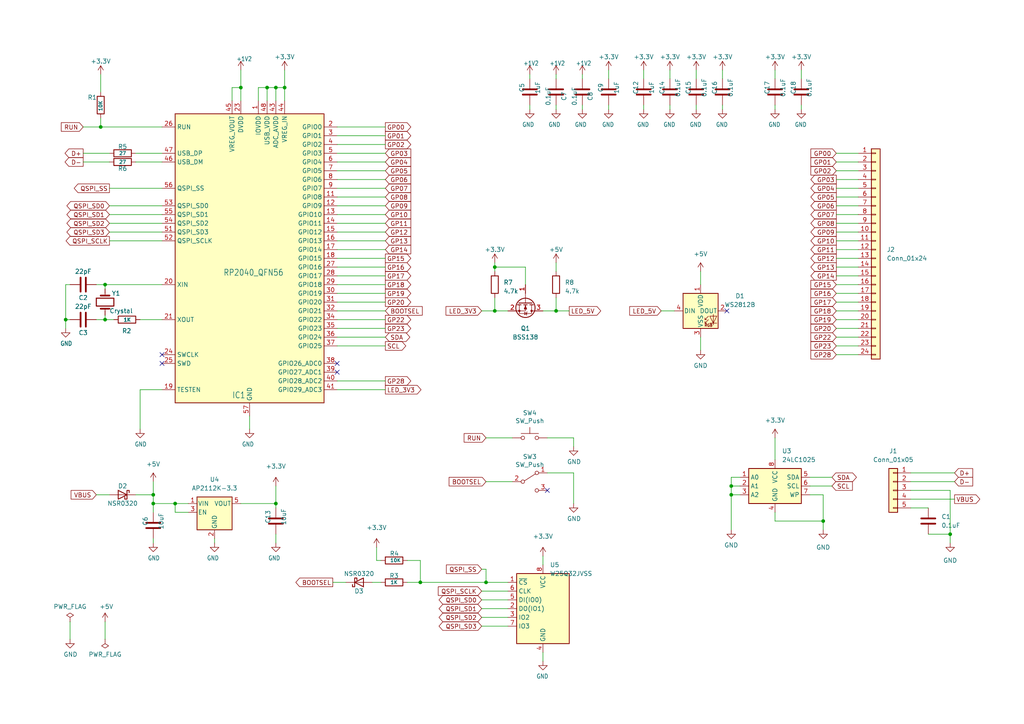
<source format=kicad_sch>
(kicad_sch (version 20230121) (generator eeschema)
  (paper "A4")
  (junction (at 143.51 90.17))
  (junction (at 161.29 90.17))
  (junction (at 140.97 168.91))
  (junction (at 143.51 77.47))
  (junction (at 44.45 143.51))
  (junction (at 30.48 82.55))
  (junction (at 212.09 143.51))
  (junction (at 80.01 146.05))
  (junction (at 44.45 146.05))
  (junction (at 30.48 92.71))
  (junction (at 69.85 25.4))
  (junction (at 77.47 25.4))
  (junction (at 29.21 36.83))
  (junction (at 212.09 140.97))
  (junction (at 80.01 25.4))
  (junction (at 50.8 146.05))
  (junction (at 275.59 154.94))
  (junction (at 19.05 92.71))
  (junction (at 82.55 25.4))
  (junction (at 238.76 151.13))
  (junction (at 121.92 168.91))
  (no_connect (at 158.75 142.24))
  (no_connect (at 97.79 105.41))
  (no_connect (at 97.79 107.95))
  (no_connect (at 210.82 90.17))
  (no_connect (at 46.99 105.41))
  (no_connect (at 46.99 102.87))
  (wire (pts (xy 69.85 20.32) (xy 69.85 25.4)))
  (wire (pts (xy 74.93 29.21) (xy 74.93 25.4)))
  (wire (pts (xy 203.2 97.79) (xy 203.2 101.6)))
  (wire (pts (xy 24.13 36.83) (xy 29.21 36.83)))
  (wire (pts (xy 30.48 82.55) (xy 27.94 82.55)))
  (wire (pts (xy 19.05 82.55) (xy 20.32 82.55)))
  (wire (pts (xy 109.22 162.56) (xy 110.49 162.56)))
  (wire (pts (xy 212.09 143.51) (xy 212.09 153.67)))
  (wire (pts (xy 140.97 139.7) (xy 148.59 139.7)))
  (wire (pts (xy 238.76 143.51) (xy 238.76 151.13)))
  (wire (pts (xy 264.16 144.78) (xy 276.86 144.78)))
  (wire (pts (xy 242.57 49.53) (xy 248.92 49.53)))
  (wire (pts (xy 232.41 20.32) (xy 232.41 22.86)))
  (wire (pts (xy 242.57 44.45) (xy 248.92 44.45)))
  (wire (pts (xy 161.29 21.59) (xy 161.29 22.86)))
  (wire (pts (xy 139.7 90.17) (xy 143.51 90.17)))
  (wire (pts (xy 31.75 46.99) (xy 24.13 46.99)))
  (wire (pts (xy 97.79 110.49) (xy 111.76 110.49)))
  (wire (pts (xy 161.29 90.17) (xy 165.1 90.17)))
  (wire (pts (xy 97.79 87.63) (xy 111.76 87.63)))
  (wire (pts (xy 158.75 137.16) (xy 166.37 137.16)))
  (wire (pts (xy 242.57 87.63) (xy 248.92 87.63)))
  (wire (pts (xy 19.05 92.71) (xy 20.32 92.71)))
  (wire (pts (xy 212.09 143.51) (xy 214.63 143.51)))
  (wire (pts (xy 40.64 113.03) (xy 46.99 113.03)))
  (wire (pts (xy 80.01 140.97) (xy 80.01 146.05)))
  (wire (pts (xy 140.97 168.91) (xy 147.32 168.91)))
  (wire (pts (xy 30.48 180.34) (xy 30.48 185.42)))
  (wire (pts (xy 80.01 146.05) (xy 80.01 147.32)))
  (wire (pts (xy 143.51 76.2) (xy 143.51 77.47)))
  (wire (pts (xy 97.79 64.77) (xy 111.76 64.77)))
  (wire (pts (xy 31.75 64.77) (xy 46.99 64.77)))
  (wire (pts (xy 69.85 25.4) (xy 69.85 29.21)))
  (wire (pts (xy 201.93 20.32) (xy 201.93 22.86)))
  (wire (pts (xy 186.69 30.48) (xy 186.69 31.75)))
  (wire (pts (xy 242.57 85.09) (xy 248.92 85.09)))
  (wire (pts (xy 97.79 46.99) (xy 111.76 46.99)))
  (wire (pts (xy 224.79 127) (xy 224.79 133.35)))
  (wire (pts (xy 118.11 162.56) (xy 121.92 162.56)))
  (wire (pts (xy 97.79 59.69) (xy 111.76 59.69)))
  (wire (pts (xy 97.79 74.93) (xy 111.76 74.93)))
  (wire (pts (xy 234.95 140.97) (xy 241.3 140.97)))
  (wire (pts (xy 242.57 67.31) (xy 248.92 67.31)))
  (wire (pts (xy 97.79 80.01) (xy 111.76 80.01)))
  (wire (pts (xy 97.79 95.25) (xy 111.76 95.25)))
  (wire (pts (xy 31.75 67.31) (xy 46.99 67.31)))
  (wire (pts (xy 147.32 171.45) (xy 139.7 171.45)))
  (wire (pts (xy 242.57 62.23) (xy 248.92 62.23)))
  (wire (pts (xy 31.75 62.23) (xy 46.99 62.23)))
  (wire (pts (xy 96.52 168.91) (xy 100.33 168.91)))
  (wire (pts (xy 152.4 77.47) (xy 152.4 82.55)))
  (wire (pts (xy 194.31 30.48) (xy 194.31 31.75)))
  (wire (pts (xy 157.48 161.29) (xy 157.48 163.83)))
  (wire (pts (xy 97.79 62.23) (xy 111.76 62.23)))
  (wire (pts (xy 121.92 162.56) (xy 121.92 168.91)))
  (wire (pts (xy 168.91 21.59) (xy 168.91 22.86)))
  (wire (pts (xy 242.57 64.77) (xy 248.92 64.77)))
  (wire (pts (xy 30.48 92.71) (xy 33.02 92.71)))
  (wire (pts (xy 139.7 179.07) (xy 147.32 179.07)))
  (wire (pts (xy 30.48 83.82) (xy 30.48 82.55)))
  (wire (pts (xy 97.79 54.61) (xy 111.76 54.61)))
  (wire (pts (xy 67.31 25.4) (xy 69.85 25.4)))
  (wire (pts (xy 224.79 30.48) (xy 224.79 31.75)))
  (wire (pts (xy 97.79 97.79) (xy 111.76 97.79)))
  (wire (pts (xy 40.64 124.46) (xy 40.64 113.03)))
  (wire (pts (xy 27.94 92.71) (xy 30.48 92.71)))
  (wire (pts (xy 97.79 85.09) (xy 111.76 85.09)))
  (wire (pts (xy 242.57 97.79) (xy 248.92 97.79)))
  (wire (pts (xy 212.09 138.43) (xy 212.09 140.97)))
  (wire (pts (xy 97.79 90.17) (xy 111.76 90.17)))
  (wire (pts (xy 29.21 36.83) (xy 46.99 36.83)))
  (wire (pts (xy 139.7 165.1) (xy 140.97 165.1)))
  (wire (pts (xy 238.76 151.13) (xy 238.76 153.67)))
  (wire (pts (xy 67.31 29.21) (xy 67.31 25.4)))
  (wire (pts (xy 97.79 49.53) (xy 111.76 49.53)))
  (wire (pts (xy 31.75 54.61) (xy 46.99 54.61)))
  (wire (pts (xy 153.67 21.59) (xy 153.67 22.86)))
  (wire (pts (xy 166.37 137.16) (xy 166.37 146.05)))
  (wire (pts (xy 140.97 127) (xy 148.59 127)))
  (wire (pts (xy 143.51 90.17) (xy 147.32 90.17)))
  (wire (pts (xy 242.57 69.85) (xy 248.92 69.85)))
  (wire (pts (xy 97.79 77.47) (xy 111.76 77.47)))
  (wire (pts (xy 29.21 21.59) (xy 29.21 26.67)))
  (wire (pts (xy 176.53 20.32) (xy 176.53 22.86)))
  (wire (pts (xy 242.57 92.71) (xy 248.92 92.71)))
  (wire (pts (xy 242.57 82.55) (xy 248.92 82.55)))
  (wire (pts (xy 97.79 100.33) (xy 111.76 100.33)))
  (wire (pts (xy 121.92 168.91) (xy 140.97 168.91)))
  (wire (pts (xy 62.23 157.48) (xy 62.23 156.21)))
  (wire (pts (xy 39.37 44.45) (xy 46.99 44.45)))
  (wire (pts (xy 191.77 90.17) (xy 195.58 90.17)))
  (wire (pts (xy 242.57 90.17) (xy 248.92 90.17)))
  (wire (pts (xy 109.22 158.75) (xy 109.22 162.56)))
  (wire (pts (xy 82.55 20.32) (xy 82.55 25.4)))
  (wire (pts (xy 39.37 143.51) (xy 44.45 143.51)))
  (wire (pts (xy 19.05 95.25) (xy 19.05 92.71)))
  (wire (pts (xy 29.21 34.29) (xy 29.21 36.83)))
  (wire (pts (xy 153.67 30.48) (xy 153.67 31.75)))
  (wire (pts (xy 242.57 46.99) (xy 248.92 46.99)))
  (wire (pts (xy 44.45 143.51) (xy 44.45 146.05)))
  (wire (pts (xy 158.75 127) (xy 166.37 127)))
  (wire (pts (xy 264.16 147.32) (xy 269.24 147.32)))
  (wire (pts (xy 176.53 30.48) (xy 176.53 31.75)))
  (wire (pts (xy 97.79 44.45) (xy 111.76 44.45)))
  (wire (pts (xy 234.95 138.43) (xy 241.3 138.43)))
  (wire (pts (xy 97.79 36.83) (xy 111.76 36.83)))
  (wire (pts (xy 20.32 180.34) (xy 20.32 185.42)))
  (wire (pts (xy 234.95 143.51) (xy 238.76 143.51)))
  (wire (pts (xy 242.57 57.15) (xy 248.92 57.15)))
  (wire (pts (xy 44.45 156.21) (xy 44.45 157.48)))
  (wire (pts (xy 209.55 30.48) (xy 209.55 31.75)))
  (wire (pts (xy 161.29 30.48) (xy 161.29 31.75)))
  (wire (pts (xy 264.16 139.7) (xy 276.86 139.7)))
  (wire (pts (xy 224.79 20.32) (xy 224.79 22.86)))
  (wire (pts (xy 27.94 143.51) (xy 31.75 143.51)))
  (wire (pts (xy 166.37 127) (xy 166.37 129.54)))
  (wire (pts (xy 242.57 102.87) (xy 248.92 102.87)))
  (wire (pts (xy 275.59 154.94) (xy 275.59 157.48)))
  (wire (pts (xy 97.79 57.15) (xy 111.76 57.15)))
  (wire (pts (xy 157.48 90.17) (xy 161.29 90.17)))
  (wire (pts (xy 275.59 142.24) (xy 275.59 154.94)))
  (wire (pts (xy 242.57 54.61) (xy 248.92 54.61)))
  (wire (pts (xy 264.16 137.16) (xy 276.86 137.16)))
  (wire (pts (xy 242.57 59.69) (xy 248.92 59.69)))
  (wire (pts (xy 97.79 67.31) (xy 111.76 67.31)))
  (wire (pts (xy 242.57 72.39) (xy 248.92 72.39)))
  (wire (pts (xy 74.93 25.4) (xy 77.47 25.4)))
  (wire (pts (xy 139.7 176.53) (xy 147.32 176.53)))
  (wire (pts (xy 161.29 76.2) (xy 161.29 78.74)))
  (wire (pts (xy 80.01 25.4) (xy 82.55 25.4)))
  (wire (pts (xy 242.57 95.25) (xy 248.92 95.25)))
  (wire (pts (xy 50.8 148.59) (xy 54.61 148.59)))
  (wire (pts (xy 224.79 148.59) (xy 224.79 151.13)))
  (wire (pts (xy 232.41 30.48) (xy 232.41 31.75)))
  (wire (pts (xy 186.69 20.32) (xy 186.69 22.86)))
  (wire (pts (xy 97.79 69.85) (xy 111.76 69.85)))
  (wire (pts (xy 44.45 146.05) (xy 44.45 148.59)))
  (wire (pts (xy 214.63 138.43) (xy 212.09 138.43)))
  (wire (pts (xy 118.11 168.91) (xy 121.92 168.91)))
  (wire (pts (xy 242.57 100.33) (xy 248.92 100.33)))
  (wire (pts (xy 143.51 77.47) (xy 152.4 77.47)))
  (wire (pts (xy 143.51 86.36) (xy 143.51 90.17)))
  (wire (pts (xy 157.48 191.77) (xy 157.48 189.23)))
  (wire (pts (xy 80.01 29.21) (xy 80.01 25.4)))
  (wire (pts (xy 44.45 139.7) (xy 44.45 143.51)))
  (wire (pts (xy 212.09 140.97) (xy 214.63 140.97)))
  (wire (pts (xy 50.8 146.05) (xy 54.61 146.05)))
  (wire (pts (xy 212.09 140.97) (xy 212.09 143.51)))
  (wire (pts (xy 50.8 146.05) (xy 50.8 148.59)))
  (wire (pts (xy 224.79 151.13) (xy 238.76 151.13)))
  (wire (pts (xy 168.91 30.48) (xy 168.91 31.75)))
  (wire (pts (xy 31.75 69.85) (xy 46.99 69.85)))
  (wire (pts (xy 72.39 120.65) (xy 72.39 124.46)))
  (wire (pts (xy 269.24 154.94) (xy 275.59 154.94)))
  (wire (pts (xy 69.85 146.05) (xy 80.01 146.05)))
  (wire (pts (xy 77.47 25.4) (xy 80.01 25.4)))
  (wire (pts (xy 97.79 52.07) (xy 111.76 52.07)))
  (wire (pts (xy 209.55 20.32) (xy 209.55 22.86)))
  (wire (pts (xy 97.79 39.37) (xy 111.76 39.37)))
  (wire (pts (xy 97.79 82.55) (xy 111.76 82.55)))
  (wire (pts (xy 97.79 72.39) (xy 111.76 72.39)))
  (wire (pts (xy 147.32 181.61) (xy 139.7 181.61)))
  (wire (pts (xy 30.48 82.55) (xy 46.99 82.55)))
  (wire (pts (xy 140.97 165.1) (xy 140.97 168.91)))
  (wire (pts (xy 39.37 46.99) (xy 46.99 46.99)))
  (wire (pts (xy 31.75 44.45) (xy 24.13 44.45)))
  (wire (pts (xy 107.95 168.91) (xy 110.49 168.91)))
  (wire (pts (xy 194.31 20.32) (xy 194.31 22.86)))
  (wire (pts (xy 242.57 52.07) (xy 248.92 52.07)))
  (wire (pts (xy 30.48 92.71) (xy 30.48 91.44)))
  (wire (pts (xy 44.45 146.05) (xy 50.8 146.05)))
  (wire (pts (xy 242.57 74.93) (xy 248.92 74.93)))
  (wire (pts (xy 264.16 142.24) (xy 275.59 142.24)))
  (wire (pts (xy 97.79 113.03) (xy 111.76 113.03)))
  (wire (pts (xy 201.93 30.48) (xy 201.93 31.75)))
  (wire (pts (xy 77.47 29.21) (xy 77.47 25.4)))
  (wire (pts (xy 97.79 41.91) (xy 111.76 41.91)))
  (wire (pts (xy 161.29 86.36) (xy 161.29 90.17)))
  (wire (pts (xy 147.32 173.99) (xy 139.7 173.99)))
  (wire (pts (xy 31.75 59.69) (xy 46.99 59.69)))
  (wire (pts (xy 82.55 29.21) (xy 82.55 25.4)))
  (wire (pts (xy 242.57 77.47) (xy 248.92 77.47)))
  (wire (pts (xy 97.79 92.71) (xy 111.76 92.71)))
  (wire (pts (xy 19.05 82.55) (xy 19.05 92.71)))
  (wire (pts (xy 203.2 78.74) (xy 203.2 82.55)))
  (wire (pts (xy 80.01 154.94) (xy 80.01 157.48)))
  (wire (pts (xy 143.51 77.47) (xy 143.51 78.74)))
  (wire (pts (xy 242.57 80.01) (xy 248.92 80.01)))
  (wire (pts (xy 40.64 92.71) (xy 46.99 92.71)))
  (global_label "RUN" (shape input) (at 140.97 127 180) (property "Intersheetrefs" "${INTERSHEET_REFS}" (effects hide)))
  (global_label "VBUS" (shape output) (at 276.86 144.78 0) (property "Intersheetrefs" "${INTERSHEET_REFS}" (effects hide)))
  (global_label "GP10" (shape output) (at 242.57 69.85 180) (property "Intersheetrefs" "${INTERSHEET_REFS}" (effects hide)))
  (global_label "GP28" (shape output) (at 111.76 110.49 0) (property "Intersheetrefs" "${INTERSHEET_REFS}" (effects hide)))
  (global_label "QSPI_SD1" (shape bidirectional) (at 139.7 176.53 180) (effects (font (size 1.2446 1.2446))) (property "Intersheetrefs" "${INTERSHEET_REFS}" (effects hide)))
  (global_label "BOOTSEL" (shape input) (at 140.97 139.7 180) (property "Intersheetrefs" "${INTERSHEET_REFS}" (effects hide)))
  (global_label "QSPI_SCLK" (shape input) (at 139.7 171.45 180) (property "Intersheetrefs" "${INTERSHEET_REFS}" (effects hide)))
  (global_label "GP00" (shape input) (at 242.57 44.45 180) (property "Intersheetrefs" "${INTERSHEET_REFS}" (effects hide)))
  (global_label "GP12" (shape output) (at 242.57 74.93 180) (property "Intersheetrefs" "${INTERSHEET_REFS}" (effects hide)))
  (global_label "GP13" (shape output) (at 242.57 77.47 180) (property "Intersheetrefs" "${INTERSHEET_REFS}" (effects hide)))
  (global_label "SCL" (shape input) (at 241.3 140.97 0) (property "Intersheetrefs" "${INTERSHEET_REFS}" (effects hide)))
  (global_label "GP06" (shape output) (at 242.57 59.69 180) (property "Intersheetrefs" "${INTERSHEET_REFS}" (effects hide)))
  (global_label "BOOTSEL" (shape input) (at 111.76 90.17 0) (property "Intersheetrefs" "${INTERSHEET_REFS}" (effects hide)))
  (global_label "GP23" (shape output) (at 111.76 95.25 0) (property "Intersheetrefs" "${INTERSHEET_REFS}" (effects hide)))
  (global_label "GP14" (shape input) (at 111.76 72.39 0) (property "Intersheetrefs" "${INTERSHEET_REFS}" (effects hide)))
  (global_label "GP09" (shape input) (at 111.76 59.69 0) (property "Intersheetrefs" "${INTERSHEET_REFS}" (effects hide)))
  (global_label "GP18" (shape output) (at 111.76 82.55 0) (property "Intersheetrefs" "${INTERSHEET_REFS}" (effects hide)))
  (global_label "GP23" (shape input) (at 242.57 100.33 180) (property "Intersheetrefs" "${INTERSHEET_REFS}" (effects hide)))
  (global_label "GP22" (shape input) (at 242.57 97.79 180) (property "Intersheetrefs" "${INTERSHEET_REFS}" (effects hide)))
  (global_label "GP02" (shape input) (at 242.57 49.53 180) (property "Intersheetrefs" "${INTERSHEET_REFS}" (effects hide)))
  (global_label "GP01" (shape input) (at 242.57 46.99 180) (property "Intersheetrefs" "${INTERSHEET_REFS}" (effects hide)))
  (global_label "GP19" (shape input) (at 242.57 92.71 180) (property "Intersheetrefs" "${INTERSHEET_REFS}" (effects hide)))
  (global_label "D+" (shape output) (at 24.13 44.45 180) (property "Intersheetrefs" "${INTERSHEET_REFS}" (effects hide)))
  (global_label "D-" (shape output) (at 24.13 46.99 180) (property "Intersheetrefs" "${INTERSHEET_REFS}" (effects hide)))
  (global_label "BOOTSEL" (shape output) (at 96.52 168.91 180) (property "Intersheetrefs" "${INTERSHEET_REFS}" (effects hide)))
  (global_label "LED_5V" (shape output) (at 165.1 90.17 0) (property "Intersheetrefs" "${INTERSHEET_REFS}" (effects hide)))
  (global_label "GP22" (shape output) (at 111.76 92.71 0) (property "Intersheetrefs" "${INTERSHEET_REFS}" (effects hide)))
  (global_label "GP07" (shape output) (at 242.57 62.23 180) (property "Intersheetrefs" "${INTERSHEET_REFS}" (effects hide)))
  (global_label "GP17" (shape input) (at 242.57 87.63 180) (property "Intersheetrefs" "${INTERSHEET_REFS}" (effects hide)))
  (global_label "GP06" (shape input) (at 111.76 52.07 0) (property "Intersheetrefs" "${INTERSHEET_REFS}" (effects hide)))
  (global_label "GP10" (shape input) (at 111.76 62.23 0) (property "Intersheetrefs" "${INTERSHEET_REFS}" (effects hide)))
  (global_label "GP13" (shape input) (at 111.76 69.85 0) (property "Intersheetrefs" "${INTERSHEET_REFS}" (effects hide)))
  (global_label "D-" (shape input) (at 276.86 139.7 0) (property "Intersheetrefs" "${INTERSHEET_REFS}" (effects hide)))
  (global_label "GP03" (shape output) (at 242.57 52.07 180) (property "Intersheetrefs" "${INTERSHEET_REFS}" (effects hide)))
  (global_label "GP15" (shape output) (at 111.76 74.93 0) (property "Intersheetrefs" "${INTERSHEET_REFS}" (effects hide)))
  (global_label "GP01" (shape output) (at 111.76 39.37 0) (property "Intersheetrefs" "${INTERSHEET_REFS}" (effects hide)))
  (global_label "GP05" (shape input) (at 111.76 49.53 0) (property "Intersheetrefs" "${INTERSHEET_REFS}" (effects hide)))
  (global_label "VBUS" (shape input) (at 27.94 143.51 180) (property "Intersheetrefs" "${INTERSHEET_REFS}" (effects hide)))
  (global_label "QSPI_SCLK" (shape output) (at 31.75 69.85 180) (property "Intersheetrefs" "${INTERSHEET_REFS}" (effects hide)))
  (global_label "SDA" (shape bidirectional) (at 241.3 138.43 0) (property "Intersheetrefs" "${INTERSHEET_REFS}" (effects hide)))
  (global_label "GP17" (shape output) (at 111.76 80.01 0) (property "Intersheetrefs" "${INTERSHEET_REFS}" (effects hide)))
  (global_label "QSPI_SD3" (shape bidirectional) (at 31.75 67.31 180) (effects (font (size 1.2446 1.2446))) (property "Intersheetrefs" "${INTERSHEET_REFS}" (effects hide)))
  (global_label "QSPI_SD2" (shape bidirectional) (at 31.75 64.77 180) (effects (font (size 1.2446 1.2446))) (property "Intersheetrefs" "${INTERSHEET_REFS}" (effects hide)))
  (global_label "GP12" (shape input) (at 111.76 67.31 0) (property "Intersheetrefs" "${INTERSHEET_REFS}" (effects hide)))
  (global_label "GP15" (shape input) (at 242.57 82.55 180) (property "Intersheetrefs" "${INTERSHEET_REFS}" (effects hide)))
  (global_label "GP05" (shape output) (at 242.57 57.15 180) (property "Intersheetrefs" "${INTERSHEET_REFS}" (effects hide)))
  (global_label "QSPI_SD1" (shape bidirectional) (at 31.75 62.23 180) (effects (font (size 1.2446 1.2446))) (property "Intersheetrefs" "${INTERSHEET_REFS}" (effects hide)))
  (global_label "GP11" (shape output) (at 242.57 72.39 180) (property "Intersheetrefs" "${INTERSHEET_REFS}" (effects hide)))
  (global_label "QSPI_SD3" (shape bidirectional) (at 139.7 181.61 180) (effects (font (size 1.2446 1.2446))) (property "Intersheetrefs" "${INTERSHEET_REFS}" (effects hide)))
  (global_label "GP28" (shape input) (at 242.57 102.87 180) (property "Intersheetrefs" "${INTERSHEET_REFS}" (effects hide)))
  (global_label "GP14" (shape output) (at 242.57 80.01 180) (property "Intersheetrefs" "${INTERSHEET_REFS}" (effects hide)))
  (global_label "LED_3V3" (shape input) (at 139.7 90.17 180) (property "Intersheetrefs" "${INTERSHEET_REFS}" (effects hide)))
  (global_label "GP02" (shape output) (at 111.76 41.91 0) (property "Intersheetrefs" "${INTERSHEET_REFS}" (effects hide)))
  (global_label "GP16" (shape output) (at 111.76 77.47 0) (property "Intersheetrefs" "${INTERSHEET_REFS}" (effects hide)))
  (global_label "GP03" (shape input) (at 111.76 44.45 0) (property "Intersheetrefs" "${INTERSHEET_REFS}" (effects hide)))
  (global_label "QSPI_SD2" (shape bidirectional) (at 139.7 179.07 180) (effects (font (size 1.2446 1.2446))) (property "Intersheetrefs" "${INTERSHEET_REFS}" (effects hide)))
  (global_label "GP08" (shape input) (at 111.76 57.15 0) (property "Intersheetrefs" "${INTERSHEET_REFS}" (effects hide)))
  (global_label "GP04" (shape input) (at 111.76 46.99 0) (property "Intersheetrefs" "${INTERSHEET_REFS}" (effects hide)))
  (global_label "LED_3V3" (shape output) (at 111.76 113.03 0) (property "Intersheetrefs" "${INTERSHEET_REFS}" (effects hide)))
  (global_label "QSPI_SS" (shape input) (at 139.7 165.1 180) (property "Intersheetrefs" "${INTERSHEET_REFS}" (effects hide)))
  (global_label "SDA" (shape bidirectional) (at 111.76 97.79 0) (property "Intersheetrefs" "${INTERSHEET_REFS}" (effects hide)))
  (global_label "GP11" (shape input) (at 111.76 64.77 0) (property "Intersheetrefs" "${INTERSHEET_REFS}" (effects hide)))
  (global_label "GP19" (shape output) (at 111.76 85.09 0) (property "Intersheetrefs" "${INTERSHEET_REFS}" (effects hide)))
  (global_label "GP04" (shape output) (at 242.57 54.61 180) (property "Intersheetrefs" "${INTERSHEET_REFS}" (effects hide)))
  (global_label "D+" (shape input) (at 276.86 137.16 0) (property "Intersheetrefs" "${INTERSHEET_REFS}" (effects hide)))
  (global_label "GP00" (shape output) (at 111.76 36.83 0) (property "Intersheetrefs" "${INTERSHEET_REFS}" (effects hide)))
  (global_label "GP18" (shape input) (at 242.57 90.17 180) (property "Intersheetrefs" "${INTERSHEET_REFS}" (effects hide)))
  (global_label "QSPI_SD0" (shape bidirectional) (at 139.7 173.99 180) (effects (font (size 1.2446 1.2446))) (property "Intersheetrefs" "${INTERSHEET_REFS}" (effects hide)))
  (global_label "LED_5V" (shape input) (at 191.77 90.17 180) (property "Intersheetrefs" "${INTERSHEET_REFS}" (effects hide)))
  (global_label "RUN" (shape input) (at 24.13 36.83 180) (property "Intersheetrefs" "${INTERSHEET_REFS}" (effects hide)))
  (global_label "GP08" (shape output) (at 242.57 64.77 180) (property "Intersheetrefs" "${INTERSHEET_REFS}" (effects hide)))
  (global_label "GP07" (shape input) (at 111.76 54.61 0) (property "Intersheetrefs" "${INTERSHEET_REFS}" (effects hide)))
  (global_label "GP20" (shape input) (at 242.57 95.25 180) (property "Intersheetrefs" "${INTERSHEET_REFS}" (effects hide)))
  (global_label "QSPI_SD0" (shape bidirectional) (at 31.75 59.69 180) (effects (font (size 1.2446 1.2446))) (property "Intersheetrefs" "${INTERSHEET_REFS}" (effects hide)))
  (global_label "GP20" (shape output) (at 111.76 87.63 0) (property "Intersheetrefs" "${INTERSHEET_REFS}" (effects hide)))
  (global_label "GP09" (shape output) (at 242.57 67.31 180) (property "Intersheetrefs" "${INTERSHEET_REFS}" (effects hide)))
  (global_label "QSPI_SS" (shape output) (at 31.75 54.61 180) (property "Intersheetrefs" "${INTERSHEET_REFS}" (effects hide)))
  (global_label "SCL" (shape output) (at 111.76 100.33 0) (property "Intersheetrefs" "${INTERSHEET_REFS}" (effects hide)))
  (global_label "GP16" (shape input) (at 242.57 85.09 180) (property "Intersheetrefs" "${INTERSHEET_REFS}" (effects hide)))
  (symbol (lib_name "GND_20") (lib_id "power:GND") (at 20.32 185.42 0) (unit 1)
    (property "Reference" "#PWR0103" (effects hide))
    (property "Value" "GND" (at 20.447 189.8142 0))
  )
  (symbol (lib_id "power:+5V") (at 30.48 180.34 0) (unit 1)
    (property "Reference" "#PWR0104" (effects hide))
    (property "Value" "+5V" (at 30.861 175.9458 0))
  )
  (symbol (lib_name "PWR_FLAG_1") (lib_id "power:PWR_FLAG") (at 20.32 180.34 0) (unit 1)
    (property "Reference" "#FLG0101" (effects hide))
    (property "Value" "PWR_FLAG" (at 20.32 175.9458 0))
  )
  (symbol (lib_id "power:PWR_FLAG") (at 30.48 185.42 180) (unit 1)
    (property "Reference" "#FLG0102" (effects hide))
    (property "Value" "PWR_FLAG" (at 30.48 189.8142 0))
  )
  (symbol (lib_id "Switch:SW_SPDT") (at 153.67 139.7 0) (unit 1)
    (property "Reference" "SW3" (at 153.67 132.461 0))
    (property "Value" "SW_Push" (at 153.67 134.7724 0))
    (property "Footprint" "Button_Switch_SMD:SW_SPDT_PCM12" (effects hide))
  )
  (symbol (lib_id "Device:D_Schottky") (at 104.14 168.91 0) (mirror x) (unit 1)
    (property "Reference" "D3" (at 104.14 171.45 0))
    (property "Value" "NSR0320" (at 104.14 166.41 0))
    (property "Footprint" "Diode_SMD:D_SOD-323_HandSoldering" (effects hide))
  )
  (symbol (lib_name "GND_23") (lib_id "power:GND") (at 166.37 146.05 0) (unit 1)
    (property "Reference" "#PWR0112" (effects hide))
    (property "Value" "GND" (at 166.497 150.4442 0))
  )
  (symbol (lib_id "Device:C") (at 24.13 82.55 90) (unit 1)
    (property "Reference" "C2" (at 24.13 86.36 90))
    (property "Value" "22pF" (at 24.13 78.74 90))
    (property "Footprint" "Capacitor_SMD:C_0603_1608Metric_Pad1.08x0.95mm_HandSolder" (effects hide))
  )
  (symbol (lib_name "+1V2_2") (lib_id "power:+1V2") (at 153.67 21.59 0) (unit 1)
    (property "Reference" "#U$0111" (effects hide))
    (property "Value" "1.2V" (at 151.765 19.05 0) (effects (font (size 1.27 1.0795)) (justify left bottom)))
  )
  (symbol (lib_name "+1V2_3") (lib_id "power:+1V2") (at 161.29 21.59 0) (unit 1)
    (property "Reference" "#U$0109" (effects hide))
    (property "Value" "1.2V" (at 159.385 19.05 0) (effects (font (size 1.27 1.0795)) (justify left bottom)))
  )
  (symbol (lib_name "+3.3V_6") (lib_id "power:+3.3V") (at 186.69 20.32 0) (unit 1)
    (property "Reference" "#PWR0118" (effects hide))
    (property "Value" "+3.3V" (at 186.69 16.51 0))
  )
  (symbol (lib_name "GND_22") (lib_id "power:GND") (at 166.37 129.54 0) (unit 1)
    (property "Reference" "#PWR0113" (effects hide))
    (property "Value" "GND" (at 166.497 133.9342 0))
  )
  (symbol (lib_name "+1V2_1") (lib_id "power:+1V2") (at 69.85 20.32 0) (unit 1)
    (property "Reference" "#U$0110" (effects hide))
    (property "Value" "1.2V" (at 68.58 17.78 0) (effects (font (size 1.27 1.0795)) (justify left bottom)))
  )
  (symbol (lib_id "Device:R") (at 35.56 46.99 90) (mirror x) (unit 1)
    (property "Reference" "R6" (at 35.56 48.895 90))
    (property "Value" "27" (at 35.56 46.99 90) (effects (font (size 1.016 1.016) bold)))
    (property "Footprint" "Resistor_SMD:R_0603_1608Metric_Pad0.98x0.95mm_HandSolder" (effects hide))
  )
  (symbol (lib_id "Device:R") (at 161.29 82.55 0) (unit 1)
    (property "Reference" "R8" (at 163.83 81.915 0) (effects (justify left)))
    (property "Value" "4.7k" (at 163.83 84.455 0) (effects (justify left)))
    (property "Footprint" "Resistor_SMD:R_0603_1608Metric_Pad0.98x0.95mm_HandSolder" (effects hide))
  )
  (symbol (lib_name "GND_7") (lib_id "power:GND") (at 161.29 31.75 0) (mirror y) (unit 1)
    (property "Reference" "#GND0103" (effects hide))
    (property "Value" "GND" (at 162.56 36.83 0) (effects (font (size 1.27 1.0795)) (justify left bottom)))
  )
  (symbol (lib_id "power:+3.3V") (at 157.48 161.29 0) (unit 1)
    (property "Reference" "#PWR0125" (effects hide))
    (property "Value" "+3.3V" (at 157.48 155.575 0))
  )
  (symbol (lib_name "+3.3V_9") (lib_id "power:+3.3V") (at 209.55 20.32 0) (unit 1)
    (property "Reference" "#PWR0120" (effects hide))
    (property "Value" "+3.3V" (at 209.55 16.51 0))
  )
  (symbol (lib_id "Device:C") (at 209.55 26.67 0) (unit 1)
    (property "Reference" "C16" (at 207.26 25.42 90))
    (property "Value" "0.1uF" (at 211.85 25.42 90))
    (property "Footprint" "Capacitor_SMD:C_0603_1608Metric_Pad1.08x0.95mm_HandSolder" (effects hide))
  )
  (symbol (lib_id "Device:R") (at 35.56 44.45 90) (mirror x) (unit 1)
    (property "Reference" "R5" (at 35.56 42.545 90))
    (property "Value" "27" (at 35.56 44.45 90) (effects (font (size 1.016 1.016) bold)))
    (property "Footprint" "Resistor_SMD:R_0603_1608Metric_Pad0.98x0.95mm_HandSolder" (effects hide))
  )
  (symbol (lib_name "GND_4") (lib_id "power:GND") (at 40.64 124.46 0) (mirror y) (unit 1)
    (property "Reference" "#GND0105" (effects hide))
    (property "Value" "GND" (at 42.545 129.54 0) (effects (font (size 1.27 1.0795)) (justify left bottom)))
  )
  (symbol (lib_name "+3.3V_8") (lib_id "power:+3.3V") (at 201.93 20.32 0) (unit 1)
    (property "Reference" "#PWR0119" (effects hide))
    (property "Value" "+3.3V" (at 201.93 16.51 0))
  )
  (symbol (lib_id "Device:D_Schottky") (at 35.56 143.51 0) (mirror y) (unit 1)
    (property "Reference" "D2" (at 35.56 140.97 0))
    (property "Value" "NSR0320" (at 35.56 146.01 0))
    (property "Footprint" "Diode_SMD:D_SOD-323_HandSoldering" (effects hide))
  )
  (symbol (lib_name "+3.3V_5") (lib_id "power:+3.3V") (at 176.53 20.32 0) (unit 1)
    (property "Reference" "#PWR0117" (effects hide))
    (property "Value" "+3.3V" (at 176.53 16.51 0))
  )
  (symbol (lib_id "Device:C") (at 153.67 26.67 0) (unit 1)
    (property "Reference" "C5" (at 151.38 25.42 90))
    (property "Value" "1uF" (at 155.97 25.42 90))
    (property "Footprint" "Capacitor_SMD:C_0603_1608Metric_Pad1.08x0.95mm_HandSolder" (effects hide))
  )
  (symbol (lib_name "GND_5") (lib_id "power:GND") (at 19.05 95.25 0) (mirror y) (unit 1)
    (property "Reference" "#GND0106" (effects hide))
    (property "Value" "GND" (at 20.955 100.33 0) (effects (font (size 1.27 1.0795)) (justify left bottom)))
  )
  (symbol (lib_name "GND_18") (lib_id "power:GND") (at 238.76 153.67 0) (unit 1)
    (property "Reference" "#PWR0109" (effects hide))
    (property "Value" "GND" (at 238.76 158.75 0))
  )
  (symbol (lib_id "Device:C") (at 186.69 26.67 0) (unit 1)
    (property "Reference" "C12" (at 184.4 25.42 90))
    (property "Value" "1uF" (at 188.99 25.42 90))
    (property "Footprint" "Capacitor_SMD:C_0603_1608Metric_Pad1.08x0.95mm_HandSolder" (effects hide))
  )
  (symbol (lib_name "+3.3V_11") (lib_id "power:+3.3V") (at 232.41 20.32 0) (unit 1)
    (property "Reference" "#PWR0116" (effects hide))
    (property "Value" "+3.3V" (at 232.41 16.51 0))
  )
  (symbol (lib_id "Device:C") (at 201.93 26.67 0) (unit 1)
    (property "Reference" "C15" (at 199.64 25.42 90))
    (property "Value" "0.1uF" (at 204.23 25.42 90))
    (property "Footprint" "Capacitor_SMD:C_0603_1608Metric_Pad1.08x0.95mm_HandSolder" (effects hide))
  )
  (symbol (lib_id "Device:C") (at 224.79 26.67 0) (unit 1)
    (property "Reference" "C17" (at 222.5 25.42 90))
    (property "Value" "0.1uF" (at 227.09 25.42 90))
    (property "Footprint" "Capacitor_SMD:C_0603_1608Metric_Pad1.08x0.95mm_HandSolder" (effects hide))
  )
  (symbol (lib_id "Device:C") (at 44.45 152.4 0) (unit 1)
    (property "Reference" "C6" (at 42.16 151.15 90))
    (property "Value" "10uF" (at 46.75 151.15 90))
    (property "Footprint" "Capacitor_SMD:C_0603_1608Metric_Pad1.08x0.95mm_HandSolder" (effects hide))
  )
  (symbol (lib_name "+5V_1") (lib_id "power:+5V") (at 203.2 78.74 0) (unit 1)
    (property "Reference" "#PWR01" (effects hide))
    (property "Value" "+5V" (at 203.2 73.66 0))
  )
  (symbol (lib_id "power:+1V2") (at 168.91 21.59 0) (unit 1)
    (property "Reference" "#U$0108" (effects hide))
    (property "Value" "1.2V" (at 167.005 19.05 0) (effects (font (size 1.27 1.0795)) (justify left bottom)))
  )
  (symbol (lib_name "GND_3") (lib_id "power:GND") (at 80.01 157.48 0) (mirror y) (unit 1)
    (property "Reference" "#GND0107" (effects hide))
    (property "Value" "GND" (at 81.28 162.56 0) (effects (font (size 1.27 1.0795)) (justify left bottom)))
  )
  (symbol (lib_id "Device:C") (at 168.91 26.67 180) (unit 1)
    (property "Reference" "C8" (at 171.2 27.92 90))
    (property "Value" "0.1uF" (at 166.61 27.92 90))
    (property "Footprint" "Capacitor_SMD:C_0603_1608Metric_Pad1.08x0.95mm_HandSolder" (effects hide))
  )
  (symbol (lib_name "+5V_1") (lib_id "power:+5V") (at 161.29 76.2 0) (unit 1)
    (property "Reference" "#PWR04" (effects hide))
    (property "Value" "+5V" (at 161.29 72.39 0))
  )
  (symbol (lib_id "Device:Crystal") (at 30.48 87.63 90) (unit 1)
    (property "Reference" "Y1" (at 32.385 85.09 90) (effects (justify right)))
    (property "Value" "Crystal" (at 31.75 90.17 90) (effects (justify right)))
    (property "Footprint" "Crystal:Crystal_HC49-U_Vertical" (effects hide))
    (property "Datasheet" "https://akizukidenshi.com/catalog/g/gP-08669/" (effects hide))
  )
  (symbol (lib_id "Device:C") (at 80.01 151.13 0) (unit 1)
    (property "Reference" "C13" (at 77.72 149.88 90))
    (property "Value" "10uF" (at 82.31 149.88 90))
    (property "Footprint" "Capacitor_SMD:C_0603_1608Metric_Pad1.08x0.95mm_HandSolder" (effects hide))
  )
  (symbol (lib_name "+3.3V_2") (lib_id "power:+3.3V") (at 143.51 76.2 0) (unit 1)
    (property "Reference" "#PWR03" (effects hide))
    (property "Value" "+3.3V" (at 143.51 72.39 0))
  )
  (symbol (lib_id "Device:C") (at 24.13 92.71 90) (unit 1)
    (property "Reference" "C3" (at 24.13 96.52 90))
    (property "Value" "22pF" (at 24.13 88.9 90))
    (property "Footprint" "Capacitor_SMD:C_0603_1608Metric_Pad1.08x0.95mm_HandSolder" (effects hide))
  )
  (symbol (lib_name "GND_11") (lib_id "power:GND") (at 194.31 31.75 0) (unit 1)
    (property "Reference" "#U$0104" (effects hide))
    (property "Value" "GND" (at 192.405 36.83 0) (effects (font (size 1.27 1.0795)) (justify left bottom)))
  )
  (symbol (lib_name "GND_16") (lib_id "power:GND") (at 203.2 101.6 0) (unit 1)
    (property "Reference" "#PWR02" (effects hide))
    (property "Value" "GND" (at 203.2 106.045 0))
  )
  (symbol (lib_name "+5V_2") (lib_id "power:+5V") (at 44.45 139.7 0) (unit 1)
    (property "Reference" "#PWR018" (effects hide))
    (property "Value" "+5V" (at 44.45 134.62 0))
  )
  (symbol (lib_name "GND_1") (lib_id "power:GND") (at 44.45 157.48 0) (mirror y) (unit 1)
    (property "Reference" "#GND0108" (effects hide))
    (property "Value" "GND" (at 46.355 162.56 0) (effects (font (size 1.27 1.0795)) (justify left bottom)))
  )
  (symbol (lib_id "Device:R") (at 36.83 92.71 90) (unit 1)
    (property "Reference" "R2" (at 38.1 95.25 90) (effects (justify left bottom)))
    (property "Value" "1K" (at 38.1 92.075 90) (effects (font (size 1.016 1.016) bold) (justify left bottom)))
    (property "Footprint" "Resistor_SMD:R_0603_1608Metric_Pad0.98x0.95mm_HandSolder" (effects hide))
  )
  (symbol (lib_name "GND_9") (lib_id "power:GND") (at 176.53 31.75 0) (unit 1)
    (property "Reference" "#U$0103" (effects hide))
    (property "Value" "GND" (at 174.625 36.83 0) (effects (font (size 1.27 1.0795)) (justify left bottom)))
  )
  (symbol (lib_id "Switch:SW_Push") (at 153.67 127 0) (unit 1)
    (property "Reference" "SW4" (at 153.67 119.761 0))
    (property "Value" "SW_Push" (at 153.67 122.0724 0))
    (property "Footprint" "Button_Switch_SMD:SW_SPST_PTS810" (effects hide))
    (property "Datasheet" "https://akizukidenshi.com/catalog/g/gP-06184/" (effects hide))
  )
  (symbol (lib_id "Device:C") (at 269.24 151.13 0) (unit 1)
    (property "Reference" "C1" (at 273.05 149.8599 0) (effects (justify left)))
    (property "Value" "0.1uF" (at 273.05 152.3999 0) (effects (justify left)))
    (property "Footprint" "Capacitor_SMD:C_0603_1608Metric_Pad1.08x0.95mm_HandSolder" (effects hide))
    (property "Datasheet" "https://akizukidenshi.com/catalog/g/gP-13374/" (effects hide))
  )
  (symbol (lib_name "GND_19") (lib_id "power:GND") (at 275.59 157.48 0) (unit 1)
    (property "Reference" "#PWR017" (effects hide))
    (property "Value" "GND" (at 275.59 162.56 0))
  )
  (symbol (lib_id "MCU_RaspberryPi:RP2040") (at 72.39 74.93 0) (unit 1)
    (property "Reference" "IC1" (at 67.31 115.57 0) (effects (font (size 1.778 1.5113)) (justify left bottom)))
    (property "Value" "RP2040_QFN56" (at 64.77 80.01 0) (effects (font (size 1.778 1.5113)) (justify left bottom)))
    (property "Footprint" "Package_DFN_QFN:QFN-56-1EP_7x7mm_P0.4mm_EP3.2x3.2mm" (effects hide))
    (property "Datasheet" "https://datasheets.raspberrypi.com/rp2040/rp2040-datasheet.pdf" (effects hide))
  )
  (symbol (lib_name "+3.3V_12") (lib_id "power:+3.3V") (at 224.79 127 0) (unit 1)
    (property "Reference" "#PWR0111" (effects hide))
    (property "Value" "+3.3V" (at 224.79 121.92 0))
  )
  (symbol (lib_id "Memory_Flash:W25Q32JVSS") (at 157.48 176.53 0) (unit 1)
    (property "Reference" "U5" (at 159.4994 163.83 0) (effects (justify left)))
    (property "Value" "W25Q32JVSS" (at 159.4994 166.37 0) (effects (justify left)))
    (property "Footprint" "Package_SO:SOIC-8_5.23x5.23mm_P1.27mm" (effects hide))
    (property "Datasheet" "http://www.winbond.com/resource-files/w25q32jv%20revg%2003272018%20plus.pdf" (effects hide))
  )
  (symbol (lib_id "Device:R") (at 114.3 162.56 270) (unit 1)
    (property "Reference" "R4" (at 113.03 161.29 90) (effects (justify left bottom)))
    (property "Value" "10K" (at 113.03 163.195 90) (effects (font (size 1.016 1.016) bold) (justify left bottom)))
    (property "Footprint" "Resistor_SMD:R_0603_1608Metric_Pad0.98x0.95mm_HandSolder" (effects hide))
  )
  (symbol (lib_name "+3.3V_3") (lib_id "power:+3.3V") (at 80.01 140.97 0) (unit 1)
    (property "Reference" "#PWR0114" (effects hide))
    (property "Value" "+3.3V" (at 80.01 135.255 0))
  )
  (symbol (lib_name "GND_15") (lib_id "power:GND") (at 232.41 31.75 0) (unit 1)
    (property "Reference" "#U$0101" (effects hide))
    (property "Value" "GND" (at 230.505 36.83 0) (effects (font (size 1.27 1.0795)) (justify left bottom)))
  )
  (symbol (lib_id "Device:C") (at 161.29 26.67 180) (unit 1)
    (property "Reference" "C7" (at 163.58 27.92 90))
    (property "Value" "0.1uF" (at 158.99 27.92 90))
    (property "Footprint" "Capacitor_SMD:C_0603_1608Metric_Pad1.08x0.95mm_HandSolder" (effects hide))
  )
  (symbol (lib_id "power:GND") (at 72.39 124.46 0) (mirror y) (unit 1)
    (property "Reference" "#GND0101" (effects hide))
    (property "Value" "GND" (at 73.66 129.54 0) (effects (font (size 1.27 1.0795)) (justify left bottom)))
  )
  (symbol (lib_name "GND_12") (lib_id "power:GND") (at 201.93 31.75 0) (unit 1)
    (property "Reference" "#U$0105" (effects hide))
    (property "Value" "GND" (at 200.025 36.83 0) (effects (font (size 1.27 1.0795)) (justify left bottom)))
  )
  (symbol (lib_id "Device:R") (at 114.3 168.91 90) (unit 1)
    (property "Reference" "R3" (at 114.3 167.005 90))
    (property "Value" "1K" (at 114.3 168.91 90) (effects (font (size 1.016 1.016) bold)))
    (property "Footprint" "Resistor_SMD:R_0603_1608Metric_Pad0.98x0.95mm_HandSolder" (effects hide))
  )
  (symbol (lib_name "GND_2") (lib_id "power:GND") (at 62.23 157.48 0) (mirror y) (unit 1)
    (property "Reference" "#GND0109" (effects hide))
    (property "Value" "GND" (at 63.5 162.56 0) (effects (font (size 1.27 1.0795)) (justify left bottom)))
  )
  (symbol (lib_id "LED:WS2812B") (at 203.2 90.17 0) (unit 1)
    (property "Reference" "D1" (at 214.63 85.8393 0))
    (property "Value" "WS2812B" (at 214.63 88.3793 0))
    (property "Footprint" "LED_SMD:LED_WS2812B_PLCC4_5.0x5.0mm_P3.2mm" (effects hide))
    (property "Datasheet" "https://cdn-shop.adafruit.com/datasheets/WS2812B.pdf" (effects hide))
  )
  (symbol (lib_name "GND_10") (lib_id "power:GND") (at 186.69 31.75 0) (unit 1)
    (property "Reference" "#U$0106" (effects hide))
    (property "Value" "GND" (at 184.785 36.83 0) (effects (font (size 1.27 1.0795)) (justify left bottom)))
  )
  (symbol (lib_id "Device:R") (at 29.21 30.48 0) (unit 1)
    (property "Reference" "R1" (at 25.4 28.9814 0) (effects (justify left bottom)))
    (property "Value" "10K" (at 29.845 32.385 90) (effects (font (size 1.016 1.016) bold) (justify left bottom)))
    (property "Footprint" "Resistor_SMD:R_0603_1608Metric_Pad0.98x0.95mm_HandSolder" (effects hide))
  )
  (symbol (lib_name "+3.3V_7") (lib_id "power:+3.3V") (at 194.31 20.32 0) (unit 1)
    (property "Reference" "#PWR0121" (effects hide))
    (property "Value" "+3.3V" (at 194.31 16.51 0))
  )
  (symbol (lib_id "Transistor_FET:BSS138") (at 152.4 87.63 270) (unit 1)
    (property "Reference" "Q1" (at 152.4 95.25 90))
    (property "Value" "BSS138" (at 152.4 97.79 90))
    (property "Footprint" "Package_TO_SOT_SMD:SOT-23" (effects hide))
    (property "Datasheet" "https://www.onsemi.com/pub/Collateral/BSS138-D.PDF" (effects hide))
  )
  (symbol (lib_id "Device:C") (at 194.31 26.67 0) (unit 1)
    (property "Reference" "C14" (at 192.02 25.42 90))
    (property "Value" "0.1uF" (at 196.61 25.42 90))
    (property "Footprint" "Capacitor_SMD:C_0603_1608Metric_Pad1.08x0.95mm_HandSolder" (effects hide))
  )
  (symbol (lib_id "Memory_EEPROM:24LC1025") (at 224.79 140.97 0) (unit 1)
    (property "Reference" "U3" (at 226.8094 130.81 0) (effects (justify left)))
    (property "Value" "24LC1025" (at 226.8094 133.35 0) (effects (justify left)))
    (property "Footprint" "Package_SO:SOP-8_3.9x4.9mm_P1.27mm" (effects hide))
    (property "Datasheet" "https://akizukidenshi.com/catalog/g/gI-11170/" (effects hide))
  )
  (symbol (lib_name "+3.3V_1") (lib_id "power:+3.3V") (at 29.21 21.59 0) (unit 1)
    (property "Reference" "#PWR0122" (effects hide))
    (property "Value" "+3.3V" (at 29.21 17.78 0))
  )
  (symbol (lib_name "+3.3V_10") (lib_id "power:+3.3V") (at 224.79 20.32 0) (unit 1)
    (property "Reference" "#PWR0115" (effects hide))
    (property "Value" "+3.3V" (at 224.79 16.51 0))
  )
  (symbol (lib_name "GND_8") (lib_id "power:GND") (at 168.91 31.75 0) (mirror y) (unit 1)
    (property "Reference" "#GND0102" (effects hide))
    (property "Value" "GND" (at 170.18 36.83 0) (effects (font (size 1.27 1.0795)) (justify left bottom)))
  )
  (symbol (lib_name "GND_17") (lib_id "power:GND") (at 212.09 153.67 0) (unit 1)
    (property "Reference" "#PWR0110" (effects hide))
    (property "Value" "GND" (at 212.09 158.115 0))
  )
  (symbol (lib_id "Device:C") (at 176.53 26.67 0) (unit 1)
    (property "Reference" "C9" (at 174.24 25.42 90))
    (property "Value" "1uF" (at 178.83 25.42 90))
    (property "Footprint" "Capacitor_SMD:C_0603_1608Metric_Pad1.08x0.95mm_HandSolder" (effects hide))
  )
  (symbol (lib_id "Device:C") (at 232.41 26.67 0) (unit 1)
    (property "Reference" "C18" (at 230.12 25.42 90))
    (property "Value" "0.1uF" (at 234.71 25.42 90))
    (property "Footprint" "Capacitor_SMD:C_0603_1608Metric_Pad1.08x0.95mm_HandSolder" (effects hide))
  )
  (symbol (lib_name "+3.3V_2") (lib_id "power:+3.3V") (at 82.55 20.32 0) (unit 1)
    (property "Reference" "#PWR0123" (effects hide))
    (property "Value" "+3.3V" (at 82.55 16.51 0))
  )
  (symbol (lib_name "GND_6") (lib_id "power:GND") (at 153.67 31.75 0) (mirror y) (unit 1)
    (property "Reference" "#GND0104" (effects hide))
    (property "Value" "GND" (at 154.94 36.83 0) (effects (font (size 1.27 1.0795)) (justify left bottom)))
  )
  (symbol (lib_name "+3.3V_4") (lib_id "power:+3.3V") (at 109.22 158.75 0) (unit 1)
    (property "Reference" "#PWR0124" (effects hide))
    (property "Value" "+3.3V" (at 109.22 153.035 0))
  )
  (symbol (lib_name "GND_13") (lib_id "power:GND") (at 209.55 31.75 0) (unit 1)
    (property "Reference" "#U$0107" (effects hide))
    (property "Value" "GND" (at 207.645 36.83 0) (effects (font (size 1.27 1.0795)) (justify left bottom)))
  )
  (symbol (lib_name "GND_21") (lib_id "power:GND") (at 157.48 191.77 0) (unit 1)
    (property "Reference" "#U$0112" (effects hide))
    (property "Value" "GND" (at 155.575 196.85 0) (effects (font (size 1.27 1.0795)) (justify left bottom)))
  )
  (symbol (lib_id "Connector_Generic:Conn_01x24") (at 254 72.39 0) (unit 1)
    (property "Reference" "J2" (at 257.175 72.3899 0) (effects (justify left)))
    (property "Value" "Conn_01x24" (at 257.175 74.9299 0) (effects (justify left)))
    (property "Footprint" "EdgeConnectorLibrary:KeyMatrix" (effects hide))
  )
  (symbol (lib_id "Connector_Generic:Conn_01x05") (at 259.08 142.24 0) (mirror y) (unit 1)
    (property "Reference" "J1" (at 259.08 130.81 0))
    (property "Value" "Conn_01x05" (at 259.08 133.35 0))
    (property "Footprint" "Connector_PinHeader_2.00mm:PinHeader_1x05_P2.00mm_Vertical" (effects hide))
  )
  (symbol (lib_id "Device:R") (at 143.51 82.55 0) (unit 1)
    (property "Reference" "R7" (at 146.05 81.915 0) (effects (justify left)))
    (property "Value" "4.7k" (at 146.05 84.455 0) (effects (justify left)))
    (property "Footprint" "Resistor_SMD:R_0603_1608Metric_Pad0.98x0.95mm_HandSolder" (effects hide))
  )
  (symbol (lib_name "GND_14") (lib_id "power:GND") (at 224.79 31.75 0) (unit 1)
    (property "Reference" "#U$0102" (effects hide))
    (property "Value" "GND" (at 222.885 36.83 0) (effects (font (size 1.27 1.0795)) (justify left bottom)))
  )
  (symbol (lib_id "Regulator_Linear:AP2112K-3.3") (at 62.23 148.59 0) (unit 1)
    (property "Reference" "U4" (at 62.23 139.065 0))
    (property "Value" "AP2112K-3.3" (at 62.23 141.605 0))
    (property "Footprint" "Package_TO_SOT_SMD:SOT-23-5" (effects hide))
    (property "Datasheet" "https://www.diodes.com/assets/Datasheets/AP2112.pdf" (effects hide))
  )
)
</source>
